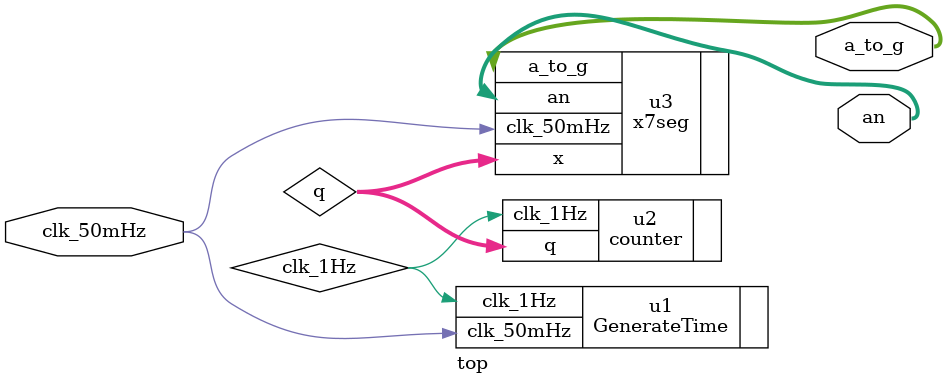
<source format=v>
`timescale 1ns / 1ps
module top(
		input wire clk_50mHz,
		output [6:0]a_to_g,
		output [3:0]an
    );
	 wire [7:0] q;
	 wire clk_1Hz;
	 GenerateTime u1 (
    .clk_50mHz(clk_50mHz), 
    .clk_1Hz(clk_1Hz)
    );
	 counter u2 (
    .clk_1Hz(clk_1Hz), 
    .q(q)
    );
	 x7seg u3 (
    .x(q), 
    .clk_50mHz(clk_50mHz), 
    .a_to_g(a_to_g), 
    .an(an)
    );
endmodule

</source>
